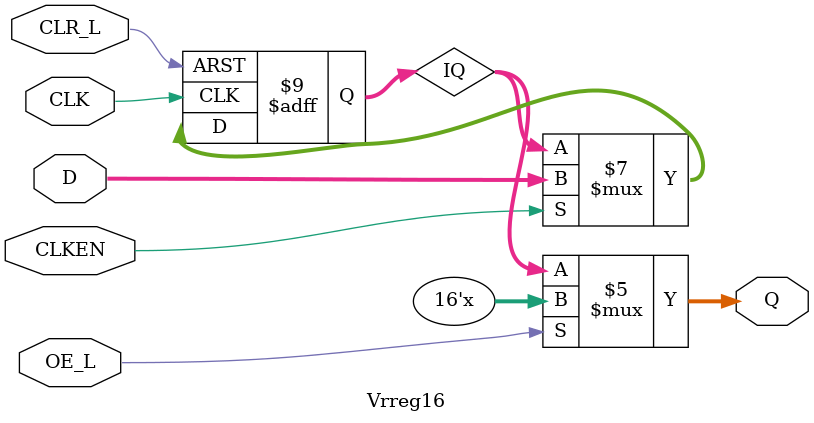
<source format=v>
module Vrreg16( CLK, CLKEN, OE_L, CLR_L, D, Q );
  input CLK, CLKEN, OE_L, CLR_L;
  input [1:16] D;
  output [1:16] Q;
  reg [1:16] IQ;

  always @ (posedge CLK or negedge CLR_L)
    if (CLR_L==0) IQ <= 16'b0;
    else if (CLKEN==1) IQ <= D;
    else IQ <= IQ;

  assign Q = (OE_L==0) ? IQ : 16'bz;

endmodule
</source>
